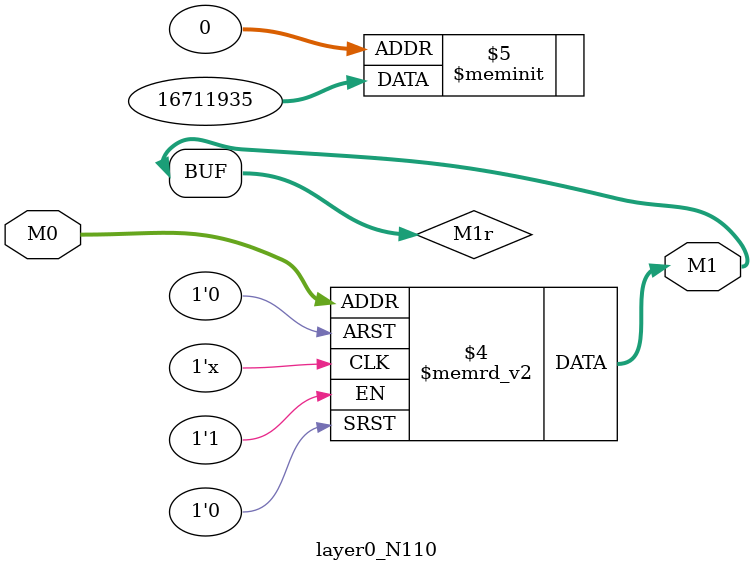
<source format=v>
module layer0_N110 ( input [3:0] M0, output [1:0] M1 );

	(*rom_style = "distributed" *) reg [1:0] M1r;
	assign M1 = M1r;
	always @ (M0) begin
		case (M0)
			4'b0000: M1r = 2'b11;
			4'b1000: M1r = 2'b11;
			4'b0100: M1r = 2'b00;
			4'b1100: M1r = 2'b00;
			4'b0010: M1r = 2'b11;
			4'b1010: M1r = 2'b11;
			4'b0110: M1r = 2'b00;
			4'b1110: M1r = 2'b00;
			4'b0001: M1r = 2'b11;
			4'b1001: M1r = 2'b11;
			4'b0101: M1r = 2'b00;
			4'b1101: M1r = 2'b00;
			4'b0011: M1r = 2'b11;
			4'b1011: M1r = 2'b11;
			4'b0111: M1r = 2'b00;
			4'b1111: M1r = 2'b00;

		endcase
	end
endmodule

</source>
